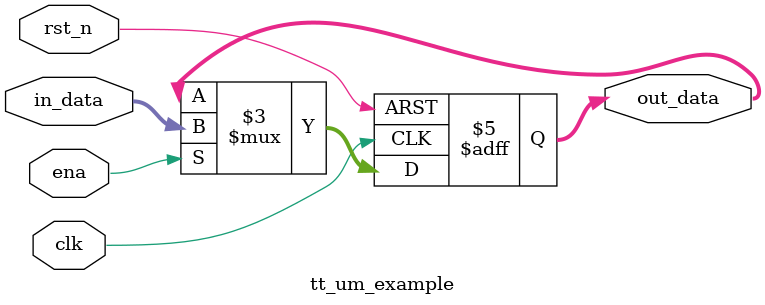
<source format=v>
`default_nettype none

module ALU #(
  parameter WIDTH = 3
)(
  input wire [WIDTH-1:0] in1, in2,       // Entradas A y B de la ALU (in1 e in2)
  input wire [1:0] op,                   // Código de operación
  output reg [3:0] dec_bin,              // Decenas del resultado
  output reg [3:0] unis_bin,             // Unidades del resultado
  output reg zero,                       // Señal de resultado cero (flag zero)
  output reg error                       // Señal de error (flag error división por cero o datos inválidos)
);

reg [5:0] out;                           // Variable para almacenar el resultado de la operación en decimal
reg [3:0] decenas_dec, unidades_dec;     // Variables para separar las unidades y decenas en decimal

// Definición de operaciones para el selector
localparam SUM = 2'b00;
localparam SUB = 2'b01;
localparam MUL = 2'b10;
localparam DIV = 2'b11;

always @(*) begin
  error = 0;
  zero = 0;
  
  case (op)
    SUM: begin
      out = in1 + in2;
      decenas_dec = out / 10;
      unidades_dec = out % 10;
      dec_bin = decenas_dec;
      unis_bin = unidades_dec;
    end
    SUB: begin
      if (in1 >= in2) begin
        out = in1 - in2;
        decenas_dec = out / 10;
        unidades_dec = out % 10;
        dec_bin = decenas_dec;
        unis_bin = unidades_dec;
      end else begin
        error = 1;
        out = 6'b000000;
        dec_bin = 4'b0000;
        unis_bin = 4'b0000;
      end
    end
    MUL: begin
      out = in1 * in2;
      decenas_dec = out / 10;
      unidades_dec = out % 10;
      dec_bin = decenas_dec;
      unis_bin = unidades_dec;
    end
    DIV: begin
      if (in2 == 0) begin
        error = 1;
        out = 6'b111111;
        dec_bin = 4'b1111;
        unis_bin = 4'b1111;
      end else begin
        out = in1 / in2;
        decenas_dec = out / 10;
        unidades_dec = out % 10;
        dec_bin = decenas_dec;
        unis_bin = unidades_dec;
      end
    end
    default: begin
      error = 1;
      out = 6'b111111;
      dec_bin = 4'b1111;
      unis_bin = 4'b1111;
    end
  endcase

  if (out == 0) zero = 1;
end

endmodule

// Módulo tt_um_example (Ejemplo simple)
module tt_um_example (
    input wire clk,              // Reloj de entrada
    input wire rst_n,            // Reset (activo bajo)
    input wire ena,              // Puerto habilitador
    input wire [3:0] in_data,    // Datos de entrada
    output reg [3:0] out_data    // Datos de salida
);

    // Ejemplo de lógica del módulo tt_um_example
    always @(posedge clk or negedge rst_n) begin  // Cambié 'posedge reset' a 'negedge rst_n'
        if (~rst_n)  // Reset activo bajo
            out_data <= 4'b0000;  // Resetear salida a 0000 cuando el reset sea activo bajo
        else if (ena)             // Propagar solo cuando 'ena' esté activo
            out_data <= in_data; // Propagar entrada a salida
    end
endmodule

</source>
